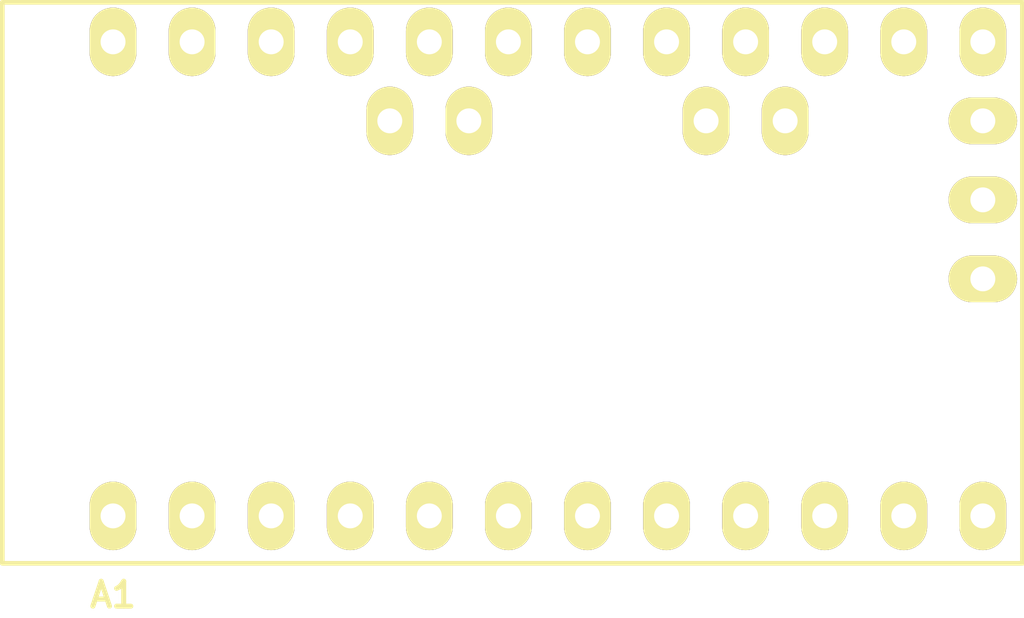
<source format=kicad_pcb>
(kicad_pcb (version 20171130) (host pcbnew 5.0.2-bee76a0~70~ubuntu16.04.1)

  (general
    (thickness 1.6)
    (drawings 0)
    (tracks 0)
    (zones 0)
    (modules 1)
    (nets 30)
  )

  (page A4)
  (layers
    (0 F.Cu signal)
    (31 B.Cu signal)
    (32 B.Adhes user)
    (33 F.Adhes user)
    (34 B.Paste user)
    (35 F.Paste user)
    (36 B.SilkS user)
    (37 F.SilkS user)
    (38 B.Mask user)
    (39 F.Mask user)
    (40 Dwgs.User user)
    (41 Cmts.User user)
    (42 Eco1.User user)
    (43 Eco2.User user)
    (44 Edge.Cuts user)
    (45 Margin user)
    (46 B.CrtYd user)
    (47 F.CrtYd user)
    (48 B.Fab user)
    (49 F.Fab user)
  )

  (setup
    (last_trace_width 0.25)
    (trace_clearance 0.2)
    (zone_clearance 0.508)
    (zone_45_only no)
    (trace_min 0.2)
    (segment_width 0.2)
    (edge_width 0.15)
    (via_size 0.8)
    (via_drill 0.4)
    (via_min_size 0.4)
    (via_min_drill 0.3)
    (uvia_size 0.3)
    (uvia_drill 0.1)
    (uvias_allowed no)
    (uvia_min_size 0.2)
    (uvia_min_drill 0.1)
    (pcb_text_width 0.3)
    (pcb_text_size 1.5 1.5)
    (mod_edge_width 0.15)
    (mod_text_size 1 1)
    (mod_text_width 0.15)
    (pad_size 1.524 1.524)
    (pad_drill 0.762)
    (pad_to_mask_clearance 0.051)
    (solder_mask_min_width 0.25)
    (aux_axis_origin 0 0)
    (visible_elements FFFFFF7F)
    (pcbplotparams
      (layerselection 0x010fc_ffffffff)
      (usegerberextensions false)
      (usegerberattributes false)
      (usegerberadvancedattributes false)
      (creategerberjobfile false)
      (excludeedgelayer true)
      (linewidth 0.100000)
      (plotframeref false)
      (viasonmask false)
      (mode 1)
      (useauxorigin false)
      (hpglpennumber 1)
      (hpglpenspeed 20)
      (hpglpendiameter 15.000000)
      (psnegative false)
      (psa4output false)
      (plotreference true)
      (plotvalue true)
      (plotinvisibletext false)
      (padsonsilk false)
      (subtractmaskfromsilk false)
      (outputformat 1)
      (mirror false)
      (drillshape 1)
      (scaleselection 1)
      (outputdirectory ""))
  )

  (net 0 "")
  (net 1 "Net-(A1-Pad28)")
  (net 2 "Net-(A1-Pad27)")
  (net 3 "Net-(A1-Pad1)")
  (net 4 "Net-(A1-Pad2)")
  (net 5 "Net-(A1-Pad3)")
  (net 6 "Net-(A1-Pad4)")
  (net 7 "Net-(A1-Pad5)")
  (net 8 "Net-(A1-Pad6)")
  (net 9 "Net-(A1-Pad7)")
  (net 10 "Net-(A1-Pad8)")
  (net 11 "Net-(A1-Pad9)")
  (net 12 "Net-(A1-Pad10)")
  (net 13 "Net-(A1-Pad11)")
  (net 14 "Net-(A1-Pad12)")
  (net 15 "Net-(A1-Pad13)")
  (net 16 "Net-(A1-Pad14)")
  (net 17 "Net-(A1-Pad15)")
  (net 18 "Net-(A1-Pad16)")
  (net 19 "Net-(A1-Pad17)")
  (net 20 "Net-(A1-Pad18)")
  (net 21 "Net-(A1-Pad19)")
  (net 22 "Net-(A1-Pad20)")
  (net 23 "Net-(A1-Pad21)")
  (net 24 "Net-(A1-Pad22)")
  (net 25 "Net-(A1-Pad23)")
  (net 26 "Net-(A1-Pad24)")
  (net 27 "Net-(A1-Pad25)")
  (net 28 "Net-(A1-Pad26)")
  (net 29 "Net-(A1-Pad29)")

  (net_class Default "This is the default net class."
    (clearance 0.2)
    (trace_width 0.25)
    (via_dia 0.8)
    (via_drill 0.4)
    (uvia_dia 0.3)
    (uvia_drill 0.1)
    (add_net "Net-(A1-Pad1)")
    (add_net "Net-(A1-Pad10)")
    (add_net "Net-(A1-Pad11)")
    (add_net "Net-(A1-Pad12)")
    (add_net "Net-(A1-Pad13)")
    (add_net "Net-(A1-Pad14)")
    (add_net "Net-(A1-Pad15)")
    (add_net "Net-(A1-Pad16)")
    (add_net "Net-(A1-Pad17)")
    (add_net "Net-(A1-Pad18)")
    (add_net "Net-(A1-Pad19)")
    (add_net "Net-(A1-Pad2)")
    (add_net "Net-(A1-Pad20)")
    (add_net "Net-(A1-Pad21)")
    (add_net "Net-(A1-Pad22)")
    (add_net "Net-(A1-Pad23)")
    (add_net "Net-(A1-Pad24)")
    (add_net "Net-(A1-Pad25)")
    (add_net "Net-(A1-Pad26)")
    (add_net "Net-(A1-Pad27)")
    (add_net "Net-(A1-Pad28)")
    (add_net "Net-(A1-Pad29)")
    (add_net "Net-(A1-Pad3)")
    (add_net "Net-(A1-Pad4)")
    (add_net "Net-(A1-Pad5)")
    (add_net "Net-(A1-Pad6)")
    (add_net "Net-(A1-Pad7)")
    (add_net "Net-(A1-Pad8)")
    (add_net "Net-(A1-Pad9)")
  )

  (module mysensors_arduino:pro_mini (layer F.Cu) (tedit 55A3E6CB) (tstamp 5CB4F9DE)
    (at 149.81936 83.04276)
    (descr "IC, ARDUINO_PRO_MINI x 0,6\"")
    (tags "DIL ARDUINO PRO MINI")
    (path /5C9BD925)
    (fp_text reference A1 (at -13.97 10.16) (layer F.SilkS)
      (effects (font (size 0.8 0.8) (thickness 0.16)))
    )
    (fp_text value Arduino_Nano_v2.x (at 0 0) (layer F.Fab) hide
      (effects (font (size 0.8 0.8) (thickness 0.16)))
    )
    (fp_line (start 15.24 9.144) (end 15.24 -8.89) (layer F.SilkS) (width 0.15))
    (fp_line (start -17.526 -8.89) (end -17.526 9.144) (layer F.SilkS) (width 0.15))
    (fp_line (start 15.24 9.144) (end -17.526 9.144) (layer F.SilkS) (width 0.15))
    (fp_line (start -17.526 -8.89) (end 15.24 -8.89) (layer F.SilkS) (width 0.15))
    (pad 28 thru_hole oval (at 5.08 -5.08) (size 1.50114 2.19964) (drill 0.8001) (layers *.Cu *.Mask F.SilkS)
      (net 1 "Net-(A1-Pad28)"))
    (pad 27 thru_hole oval (at 7.62 -5.08) (size 1.50114 2.19964) (drill 0.8001) (layers *.Cu *.Mask F.SilkS)
      (net 2 "Net-(A1-Pad27)"))
    (pad 1 thru_hole oval (at -13.97 7.62) (size 1.50114 2.19964) (drill 0.8001) (layers *.Cu *.Mask F.SilkS)
      (net 3 "Net-(A1-Pad1)"))
    (pad 2 thru_hole oval (at -11.43 7.62) (size 1.50114 2.19964) (drill 0.8001) (layers *.Cu *.Mask F.SilkS)
      (net 4 "Net-(A1-Pad2)"))
    (pad 3 thru_hole oval (at -8.89 7.62) (size 1.50114 2.19964) (drill 0.8001) (layers *.Cu *.Mask F.SilkS)
      (net 5 "Net-(A1-Pad3)"))
    (pad 4 thru_hole oval (at -6.35 7.62) (size 1.50114 2.19964) (drill 0.8001) (layers *.Cu *.Mask F.SilkS)
      (net 6 "Net-(A1-Pad4)"))
    (pad 5 thru_hole oval (at -3.81 7.62) (size 1.50114 2.19964) (drill 0.8001) (layers *.Cu *.Mask F.SilkS)
      (net 7 "Net-(A1-Pad5)"))
    (pad 6 thru_hole oval (at -1.27 7.62) (size 1.50114 2.19964) (drill 0.8001) (layers *.Cu *.Mask F.SilkS)
      (net 8 "Net-(A1-Pad6)"))
    (pad 7 thru_hole oval (at 1.27 7.62) (size 1.50114 2.19964) (drill 0.8001) (layers *.Cu *.Mask F.SilkS)
      (net 9 "Net-(A1-Pad7)"))
    (pad 8 thru_hole oval (at 3.81 7.62) (size 1.50114 2.19964) (drill 0.8001) (layers *.Cu *.Mask F.SilkS)
      (net 10 "Net-(A1-Pad8)"))
    (pad 9 thru_hole oval (at 6.35 7.62) (size 1.50114 2.19964) (drill 0.8001) (layers *.Cu *.Mask F.SilkS)
      (net 11 "Net-(A1-Pad9)"))
    (pad 10 thru_hole oval (at 8.89 7.62) (size 1.50114 2.19964) (drill 0.8001) (layers *.Cu *.Mask F.SilkS)
      (net 12 "Net-(A1-Pad10)"))
    (pad 11 thru_hole oval (at 11.43 7.62) (size 1.50114 2.19964) (drill 0.8001) (layers *.Cu *.Mask F.SilkS)
      (net 13 "Net-(A1-Pad11)"))
    (pad 12 thru_hole oval (at 13.97 7.62) (size 1.50114 2.19964) (drill 0.8001) (layers *.Cu *.Mask F.SilkS)
      (net 14 "Net-(A1-Pad12)"))
    (pad 13 thru_hole oval (at 13.97 -7.62) (size 1.50114 2.19964) (drill 0.8001) (layers *.Cu *.Mask F.SilkS)
      (net 15 "Net-(A1-Pad13)"))
    (pad 14 thru_hole oval (at 11.43 -7.62) (size 1.50114 2.19964) (drill 0.8001) (layers *.Cu *.Mask F.SilkS)
      (net 16 "Net-(A1-Pad14)"))
    (pad 15 thru_hole oval (at 8.89 -7.62) (size 1.50114 2.19964) (drill 0.8001) (layers *.Cu *.Mask F.SilkS)
      (net 17 "Net-(A1-Pad15)"))
    (pad 16 thru_hole oval (at 6.35 -7.62) (size 1.50114 2.19964) (drill 0.8001) (layers *.Cu *.Mask F.SilkS)
      (net 18 "Net-(A1-Pad16)"))
    (pad 17 thru_hole oval (at 3.81 -7.62) (size 1.50114 2.19964) (drill 0.8001) (layers *.Cu *.Mask F.SilkS)
      (net 19 "Net-(A1-Pad17)"))
    (pad 18 thru_hole oval (at 1.27 -7.62) (size 1.50114 2.19964) (drill 0.8001) (layers *.Cu *.Mask F.SilkS)
      (net 20 "Net-(A1-Pad18)"))
    (pad 19 thru_hole oval (at -1.27 -7.62) (size 1.50114 2.19964) (drill 0.8001) (layers *.Cu *.Mask F.SilkS)
      (net 21 "Net-(A1-Pad19)"))
    (pad 20 thru_hole oval (at -3.81 -7.62) (size 1.50114 2.19964) (drill 0.8001) (layers *.Cu *.Mask F.SilkS)
      (net 22 "Net-(A1-Pad20)"))
    (pad 21 thru_hole oval (at -6.35 -7.62) (size 1.50114 2.19964) (drill 0.8001) (layers *.Cu *.Mask F.SilkS)
      (net 23 "Net-(A1-Pad21)"))
    (pad 22 thru_hole oval (at -8.89 -7.62) (size 1.50114 2.19964) (drill 0.8001) (layers *.Cu *.Mask F.SilkS)
      (net 24 "Net-(A1-Pad22)"))
    (pad 23 thru_hole oval (at -11.43 -7.62) (size 1.50114 2.19964) (drill 0.8001) (layers *.Cu *.Mask F.SilkS)
      (net 25 "Net-(A1-Pad23)"))
    (pad 24 thru_hole oval (at -13.97 -7.62) (size 1.50114 2.19964) (drill 0.8001) (layers *.Cu *.Mask F.SilkS)
      (net 26 "Net-(A1-Pad24)"))
    (pad 25 thru_hole oval (at -2.54 -5.08) (size 1.50114 2.19964) (drill 0.8001) (layers *.Cu *.Mask F.SilkS)
      (net 27 "Net-(A1-Pad25)"))
    (pad 26 thru_hole oval (at -5.08 -5.08) (size 1.50114 2.19964) (drill 0.8001) (layers *.Cu *.Mask F.SilkS)
      (net 28 "Net-(A1-Pad26)"))
    (pad 27 thru_hole oval (at 13.97 -5.08) (size 2.19964 1.50114) (drill 0.8001) (layers *.Cu *.Mask F.SilkS)
      (net 2 "Net-(A1-Pad27)"))
    (pad 28 thru_hole oval (at 13.97 -2.54) (size 2.19964 1.50114) (drill 0.8001) (layers *.Cu *.Mask F.SilkS)
      (net 1 "Net-(A1-Pad28)"))
    (pad 29 thru_hole oval (at 13.97 0) (size 2.19964 1.50114) (drill 0.8001) (layers *.Cu *.Mask F.SilkS)
      (net 29 "Net-(A1-Pad29)"))
    (model Socket_Strips.3dshapes/Socket_Strip_Straight_1x02_Pitch2.54mm.wrl
      (offset (xyz -3.809999942779541 5.079999923706055 0))
      (scale (xyz 1 1 1))
      (rotate (xyz 0 0 0))
    )
    (model Socket_Strips.3dshapes/Socket_Strip_Straight_1x03_Pitch2.54mm.wrl
      (offset (xyz 13.96999979019165 2.539999961853027 0))
      (scale (xyz 1 1 1))
      (rotate (xyz 0 0 90))
    )
    (model Socket_Strips.3dshapes/Socket_Strip_Straight_1x12_Pitch2.54mm.wrl
      (offset (xyz 0 7.619999885559082 0))
      (scale (xyz 1 1 1))
      (rotate (xyz 0 0 0))
    )
    (model Socket_Strips.3dshapes/Socket_Strip_Straight_1x12_Pitch2.54mm.wrl
      (offset (xyz 0 -7.619999885559082 0))
      (scale (xyz 1 1 1))
      (rotate (xyz 0 0 0))
    )
    (model Socket_Strips.3dshapes/Socket_Strip_Straight_1x02_Pitch2.54mm.wrl
      (offset (xyz 6.349999904632568 5.079999923706055 0))
      (scale (xyz 1 1 1))
      (rotate (xyz 0 0 0))
    )
    (model ${MYSLOCAL}/mysensors.3dshapes/mysensors_arduino.3dshapes/arduino_pro_mini.wrl
      (offset (xyz -1.269999980926514 0 12.19199981689453))
      (scale (xyz 0.395 0.395 0.395))
      (rotate (xyz 0 0 180))
    )
    (model SMD_Packages.3dshapes/TQFP-32.wrl
      (offset (xyz 1.269999980926514 0 13.01749980449676))
      (scale (xyz 1 1 1))
      (rotate (xyz 0 0 315))
    )
    (model Pin_Headers.3dshapes/Pin_Header_Straight_1x12_Pitch2.54mm.wrl
      (offset (xyz 13.96999979019165 -7.619999885559082 11.30299983024597))
      (scale (xyz 1 1 1))
      (rotate (xyz 0 180 90))
    )
    (model Pin_Headers.3dshapes/Pin_Header_Straight_1x12_Pitch2.54mm.wrl
      (offset (xyz 13.96999979019165 7.619999885559082 11.30299983024597))
      (scale (xyz 1 1 1))
      (rotate (xyz 0 180 90))
    )
    (model Pin_Headers.3dshapes/Pin_Header_Straight_1x03_Pitch2.54mm.wrl
      (offset (xyz 13.96999979019165 5.079999923706055 11.30299983024597))
      (scale (xyz 1 1 1))
      (rotate (xyz 0 180 0))
    )
    (model Pin_Headers.3dshapes/Pin_Header_Straight_1x02_Pitch2.54mm.wrl
      (offset (xyz 7.619999885559082 5.079999923706055 11.30299983024597))
      (scale (xyz 1 1 1))
      (rotate (xyz 0 180 90))
    )
    (model Pin_Headers.3dshapes/Pin_Header_Straight_1x02_Pitch2.54mm.wrl
      (offset (xyz -2.539999961853027 5.079999923706055 11.30299983024597))
      (scale (xyz 1 1 1))
      (rotate (xyz 0 180 90))
    )
    (model ${MYSLOCAL}/mysensors.3dshapes/w.lain.3dshapes/smd_leds/led_0603.wrl
      (offset (xyz -7.619999885559082 0 13.01749980449676))
      (scale (xyz 1 1 1))
      (rotate (xyz 0 0 0))
    )
    (model ${MYSLOCAL}/mysensors.3dshapes/w.lain.3dshapes/smd_leds/led_0603.wrl
      (offset (xyz 13.96999979019165 -4.444999933242798 13.01749980449676))
      (scale (xyz 1 1 1))
      (rotate (xyz 0 0 0))
    )
    (model Pin_Headers.3dshapes/Pin_Header_Angled_1x06_Pitch2.54mm.wrl
      (offset (xyz -16.50999975204468 -6.349999904632568 13.01749980449676))
      (scale (xyz 1 1 1))
      (rotate (xyz 0 0 180))
    )
    (model Resistors_SMD.3dshapes/R_0603.wrl
      (offset (xyz -7.619999885559082 -1.269999980926514 13.01749980449676))
      (scale (xyz 1 1 1))
      (rotate (xyz 0 0 0))
    )
    (model Resistors_SMD.3dshapes/R_0603.wrl
      (offset (xyz 13.96999979019165 -3.174999952316284 13.01749980449676))
      (scale (xyz 1 1 1))
      (rotate (xyz 0 0 0))
    )
    (model Capacitors_SMD.3dshapes/C_0603.wrl
      (offset (xyz -7.619999885559082 1.269999980926514 13.01749980449676))
      (scale (xyz 1 1 1))
      (rotate (xyz 0 0 0))
    )
    (model Capacitors_Tantalum_SMD.3dshapes/CP_Tantalum_Case-S_EIA-3216-12.wrl
      (offset (xyz -8.889999866485596 3.809999942779541 13.01749980449676))
      (scale (xyz 1 1 1))
      (rotate (xyz 0 0 0))
    )
    (model Capacitors_Tantalum_SMD.3dshapes/CP_Tantalum_Case-S_EIA-3216-12.wrl
      (offset (xyz -8.889999866485596 -3.809999942779541 13.01749980449676))
      (scale (xyz 1 1 1))
      (rotate (xyz 0 0 0))
    )
    (model TO_SOT_Packages_SMD.3dshapes/SOT-23-5.wrl
      (offset (xyz -10.15999984741211 0 13.01749980449676))
      (scale (xyz 1 1 1))
      (rotate (xyz 0 0 90))
    )
    (model Capacitors_SMD.3dshapes/C_1210.wrl
      (offset (xyz -12.69999980926514 0 13.01749980449676))
      (scale (xyz 1 1 1))
      (rotate (xyz 0 0 90))
    )
    (model ${MYSLOCAL}/mysensors.3dshapes/w.lain.3dshapes/switch/smd_push.wrl
      (offset (xyz 10.15999984741211 0 13.01749980449676))
      (scale (xyz 1 1 1))
      (rotate (xyz 0 0 90))
    )
  )

)

</source>
